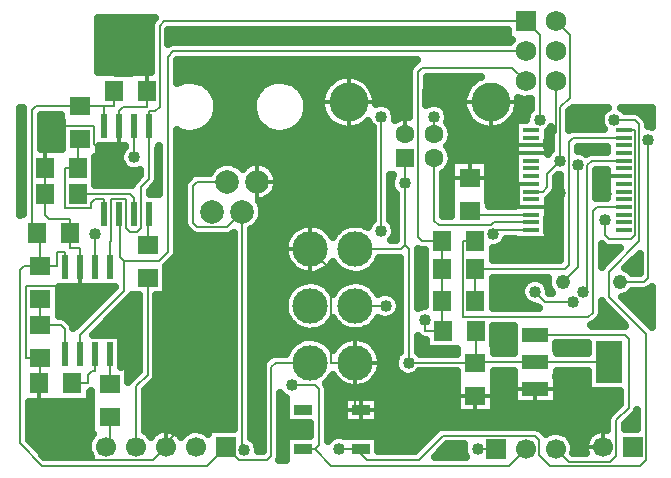
<source format=gbr>
G04 DipTrace 2.4.0.2*
%INBottom.gbr*%
%MOIN*%
%ADD14C,0.006*%
%ADD15C,0.025*%
%ADD16C,0.013*%
%ADD17R,0.088X0.048*%
%ADD18R,0.0866X0.1417*%
%ADD19R,0.0669X0.0669*%
%ADD20C,0.0669*%
%ADD21R,0.063X0.0709*%
%ADD22R,0.0709X0.063*%
%ADD25R,0.0551X0.0118*%
%ADD26R,0.0689X0.0689*%
%ADD27C,0.0689*%
%ADD28R,0.0236X0.0787*%
%ADD29C,0.1181*%
%ADD30C,0.0787*%
%ADD34R,0.0591X0.0354*%
%ADD35R,0.063X0.063*%
%ADD36C,0.063*%
%ADD37C,0.1299*%
%ADD38C,0.048*%
%ADD39C,0.04*%
%FSLAX44Y44*%
G04*
G70*
G90*
G75*
G01*
%LNBottom*%
%LPD*%
X21828Y15775D2*
D14*
Y18609D1*
X21375Y19062D1*
X8812Y15562D2*
Y13819D1*
X8539Y13546D1*
Y12176D1*
X8400Y12037D1*
X8178D1*
X8039Y12176D1*
Y13151D1*
X7539D1*
Y11738D1*
X7499Y11698D1*
Y10875D1*
X21375Y19062D2*
X9301D1*
X9162Y18923D1*
Y16204D1*
X9023Y16065D1*
X8812D1*
Y15562D1*
X5999Y10875D2*
Y11378D1*
X5740D1*
Y10915D1*
X5187D1*
X6511Y16238D2*
X7312D1*
X7636D1*
Y16738D1*
X5187Y10915D2*
X4638D1*
X4499Y10776D1*
Y5000D1*
X5249Y4250D1*
X10750D1*
X11375Y4875D1*
X22375Y19062D2*
X22828Y18609D1*
Y16506D1*
X22514Y16191D1*
Y14732D1*
X22495Y14713D1*
Y14404D1*
X17336Y14508D2*
Y13664D1*
Y11607D1*
X17465Y11478D1*
Y7687D1*
X19762Y4812D2*
X20376D1*
X7312Y15562D2*
Y16238D1*
X5062Y12000D2*
X4911D1*
Y16099D1*
X5050Y16238D1*
X6511D1*
X5187Y10915D2*
Y12000D1*
X5062D1*
X11375Y4875D2*
X11818Y4431D1*
X12750D1*
X12889Y4570D1*
Y7548D1*
X13028Y7687D1*
X14187D1*
X22495Y14404D2*
X22077Y13986D1*
Y13529D1*
X21938Y13390D1*
X21554D1*
X21687Y7718D2*
X23274D1*
Y7717D1*
X24125D1*
X19687Y7687D2*
Y7718D1*
X21687D1*
X17465Y7687D2*
X19687D1*
X15687Y11469D2*
X17197D1*
X17336Y11607D1*
X19687Y7687D2*
X19710D1*
Y8750D1*
X21375Y18062D2*
X9623D1*
X9437Y17876D1*
Y11376D1*
X9125Y11063D1*
X7981D1*
Y10087D1*
X6499Y8605D1*
Y7962D1*
X7981Y11063D2*
X7842Y11202D1*
Y12649D1*
X7812D1*
X21375Y17062D2*
X20921Y17515D1*
X17898D1*
X17759Y17376D1*
Y11888D1*
X17898Y11750D1*
X18585D1*
X21677Y10048D2*
X22015Y9710D1*
X22948D1*
X18607Y8750D2*
X17991D1*
Y9116D1*
X18585Y9750D2*
Y8750D1*
X18607D1*
X18585Y10812D2*
Y9750D1*
Y11750D2*
Y10812D1*
X22495Y13351D2*
Y13017D1*
X22356Y12878D1*
X22077D1*
X21554D1*
X9687Y5875D2*
Y5312D1*
X9250Y4875D1*
X9375D1*
X17336Y15295D2*
Y16223D1*
X17197Y16362D1*
X15458D1*
X19500Y13852D2*
Y14669D1*
X19638Y14808D1*
X20198D1*
Y16362D1*
X15866Y6111D2*
Y5317D1*
X24038Y13321D2*
Y13763D1*
X24177Y13902D1*
X24625D1*
X21554Y12878D2*
X21139D1*
Y13646D1*
X20933Y13852D1*
X19500D1*
X22077Y12878D2*
Y11801D1*
X21938Y11662D1*
X20999D1*
X15458Y16362D2*
Y14848D1*
X14187Y13578D1*
Y11467D1*
X20198Y14808D2*
X20337Y14669D1*
X20861D1*
X21000Y14808D1*
X21117Y14925D1*
X21554D1*
X21000Y14808D2*
X21139Y14669D1*
X21554D1*
X21139Y13646D2*
X21554D1*
X7812Y15562D2*
Y16065D1*
X7951Y16204D1*
X8738D1*
Y16738D1*
X7812Y14650D2*
Y15562D1*
X5335Y14187D2*
Y15421D1*
X5474Y15560D1*
X6974D1*
Y14984D1*
X7308Y14650D1*
X7812D1*
X5335Y13312D2*
Y14187D1*
X6164Y12000D2*
Y12464D1*
X5474D1*
X5335Y12603D1*
Y13312D1*
X6499Y10875D2*
Y11517D1*
X6164D1*
Y12000D1*
X5187Y7836D2*
X4723D1*
Y10237D1*
X6499D1*
Y10875D1*
X5147Y7000D2*
X5187D1*
Y7836D1*
X9375Y4875D2*
X8931Y4431D1*
X5286D1*
X5147Y4570D1*
Y7000D1*
X22487Y6812D2*
X23939Y5360D1*
Y4875D1*
X21687Y6812D2*
X22487D1*
X19687Y6585D2*
X20850D1*
X21078Y6812D1*
X21687D1*
X15866Y6111D2*
Y6446D1*
X16005Y6585D1*
X19687D1*
X15687Y7689D2*
Y6130D1*
X15705Y6111D1*
X15866D1*
X14187Y11467D2*
X14886Y10767D1*
Y7689D1*
X15687D1*
X12424Y13717D2*
X14048D1*
X14187Y13578D1*
X21554Y14925D2*
X21938D1*
X22375Y15362D1*
Y17062D1*
X22600Y10375D2*
X23113Y10888D1*
Y14265D1*
X19687Y9750D2*
Y10812D1*
X22665D1*
X22804Y10951D1*
Y15042D1*
X22943Y15181D1*
X24625D1*
X19500Y12750D2*
Y12622D1*
X21554D1*
X24008Y12438D2*
Y11942D1*
X24147Y11803D1*
X24870D1*
X25009Y11942D1*
Y15437D1*
X24625D1*
X20281Y11968D2*
X20423Y12110D1*
X21554D1*
X16556Y15889D2*
Y12083D1*
X18320Y15889D2*
Y15295D1*
Y14508D2*
Y12416D1*
X18459Y12277D1*
X20205D1*
X20294Y12366D1*
X21554D1*
X23287Y10049D2*
X23422Y10184D1*
Y14274D1*
X23561Y14413D1*
X24625D1*
X24500Y10375D2*
X25318D1*
X25457Y10513D1*
Y15097D1*
X19687Y11750D2*
X19263D1*
Y9213D1*
X23457D1*
X23596Y9352D1*
Y12739D1*
X23735Y12878D1*
X24625D1*
X6999Y7962D2*
Y7402D1*
X6911D1*
X6772Y7263D1*
Y7000D1*
X6249D1*
X8312Y12649D2*
Y13173D1*
X8173Y13312D1*
X6437D1*
X5187Y9813D2*
Y8938D1*
X5860D1*
X5999Y8799D1*
Y7962D1*
X6437Y14187D2*
X6013D1*
Y12849D1*
X6861D1*
Y13012D1*
X7000Y13151D1*
X7312D1*
Y12649D1*
X6511Y15136D2*
X6437D1*
Y14187D1*
X8812Y12649D2*
X8761D1*
Y11613D1*
X7499Y7962D2*
Y7402D1*
Y6977D1*
X6999Y10875D2*
Y11976D1*
X8312Y14528D2*
Y15562D1*
X7499Y5875D2*
Y4875D1*
X7375D1*
X16695Y9579D2*
X15687D1*
X24323Y15775D2*
X25009D1*
X25148Y15636D1*
Y11725D1*
X24147Y10723D1*
Y9887D1*
X25382Y8651D1*
Y4443D1*
X25189Y4250D1*
X22189D1*
X21819Y4619D1*
Y5117D1*
X21680Y5256D1*
X18617D1*
X17799Y4437D1*
X16063D1*
X15866Y4634D1*
Y4812D1*
X15153D1*
X8375Y4875D2*
Y6904D1*
X8761Y7290D1*
Y10511D1*
X11924Y12717D2*
X11422Y12214D1*
X10422D1*
X10283Y12353D1*
Y13578D1*
X10422Y13717D1*
X11424D1*
X11988Y4763D2*
X11924Y4827D1*
Y12717D1*
X22376Y4812D2*
X22813Y4375D1*
X24189D1*
X24382Y4568D1*
Y5763D1*
X24805Y6186D1*
Y8484D1*
X24666Y8623D1*
X21687D1*
X21376Y4812D2*
X20813Y4250D1*
X14875D1*
X14327Y4798D1*
X14480Y4951D1*
Y6797D1*
X14341Y6936D1*
X13572D1*
X13937Y4812D2*
X14327Y4798D1*
D39*
X21828Y15775D3*
X19762Y4812D3*
X17336Y13664D3*
X17465Y7687D3*
X22495Y14404D3*
X22948Y9710D3*
X21677Y10048D3*
X17991Y9116D3*
X7812Y14650D3*
X15866Y5317D3*
X20999Y11662D3*
X9687Y5875D3*
X22487Y6812D3*
X24038Y13321D3*
X22495Y13351D3*
X23113Y14265D3*
X24008Y12438D3*
X20281Y11968D3*
X16556Y12083D3*
Y15889D3*
X18320D3*
X23287Y10049D3*
X25457Y15097D3*
X6999Y11976D3*
X8312Y14528D3*
X16695Y9579D3*
X15153Y4812D3*
X24323Y15775D3*
X11988Y4763D3*
X13572Y6936D3*
X7151Y18940D2*
D15*
X8843D1*
X7151Y18692D2*
X8843D1*
X9483D2*
X20742D1*
X7151Y18443D2*
X8843D1*
X9483D2*
X20875D1*
X7151Y18194D2*
X8843D1*
X7151Y17945D2*
X8843D1*
X7151Y17697D2*
X8843D1*
X9757D2*
X17636D1*
X7151Y17448D2*
X8843D1*
X9757D2*
X17449D1*
X9757Y17199D2*
X15066D1*
X15850D2*
X17441D1*
X18081D2*
X19804D1*
X10729Y16951D2*
X12621D1*
X13729D2*
X14734D1*
X16182D2*
X17441D1*
X18081D2*
X19472D1*
X10964Y16702D2*
X12386D1*
X13964D2*
X14585D1*
X16331D2*
X17441D1*
X18081D2*
X19324D1*
X11073Y16453D2*
X12277D1*
X14073D2*
X14523D1*
X16393D2*
X17441D1*
X18081D2*
X19261D1*
X21132D2*
X21324D1*
X21428D2*
X21506D1*
X11104Y16205D2*
X12246D1*
X14104D2*
X14531D1*
X16921D2*
X17441D1*
X18686D2*
X19273D1*
X21124D2*
X21507D1*
X11065Y15956D2*
X12285D1*
X14065D2*
X14613D1*
X17042D2*
X17441D1*
X18803D2*
X19355D1*
X21042D2*
X21375D1*
X22835D2*
X23871D1*
X25268D2*
X25539D1*
X5229Y15707D2*
X5867D1*
X10948D2*
X12402D1*
X13948D2*
X14796D1*
X18772D2*
X19535D1*
X20862D2*
X20988D1*
X22835D2*
X23839D1*
X25460D2*
X25537D1*
X5229Y15459D2*
X5867D1*
X10694D2*
X12656D1*
X13694D2*
X15293D1*
X15624D2*
X16238D1*
X18901D2*
X20035D1*
X20362D2*
X20988D1*
X5229Y15210D2*
X5867D1*
X9757D2*
X16238D1*
X18917D2*
X20988D1*
X5229Y14961D2*
X5867D1*
X9757D2*
X16238D1*
X18819D2*
X20988D1*
X7155Y14713D2*
X7859D1*
X9757D2*
X16238D1*
X18885D2*
X20988D1*
X23264D2*
X24058D1*
X7042Y14464D2*
X7828D1*
X9757D2*
X16238D1*
X18925D2*
X20988D1*
X7042Y14215D2*
X7945D1*
X9757D2*
X10968D1*
X11878D2*
X11967D1*
X12878D2*
X16238D1*
X20143D2*
X20988D1*
X7042Y13966D2*
X8492D1*
X9757D2*
X10242D1*
X13057D2*
X16238D1*
X18639D2*
X18855D1*
X20143D2*
X20988D1*
X23741D2*
X24058D1*
X7042Y13718D2*
X8273D1*
X9757D2*
X10000D1*
X13108D2*
X16238D1*
X18639D2*
X18855D1*
X20143D2*
X20988D1*
X22397D2*
X22484D1*
X23741D2*
X24058D1*
X8905Y13469D2*
X9117D1*
X9757D2*
X9964D1*
X13061D2*
X16238D1*
X18639D2*
X18855D1*
X20143D2*
X20988D1*
X22389D2*
X22484D1*
X23741D2*
X24058D1*
X9757Y13220D2*
X9964D1*
X12882D2*
X16238D1*
X16878D2*
X17015D1*
X18639D2*
X18855D1*
X20143D2*
X20988D1*
X22210D2*
X22484D1*
X23741D2*
X24058D1*
X9757Y12972D2*
X9964D1*
X12557D2*
X16238D1*
X16878D2*
X17015D1*
X18639D2*
X18855D1*
X20143D2*
X20988D1*
X22120D2*
X22484D1*
X9757Y12723D2*
X9964D1*
X12608D2*
X16238D1*
X16878D2*
X17015D1*
X18639D2*
X18855D1*
X22120D2*
X22484D1*
X9757Y12474D2*
X9964D1*
X12561D2*
X16238D1*
X16878D2*
X17015D1*
X22120D2*
X22484D1*
X9757Y12226D2*
X9992D1*
X12389D2*
X13769D1*
X14608D2*
X15265D1*
X22120D2*
X22484D1*
X9757Y11977D2*
X10222D1*
X12245D2*
X13476D1*
X14897D2*
X14976D1*
X22120D2*
X22484D1*
X9757Y11728D2*
X11605D1*
X12245D2*
X13347D1*
X20702D2*
X22484D1*
X9757Y11480D2*
X11605D1*
X12245D2*
X13308D1*
X20292D2*
X22484D1*
X23917D2*
X24460D1*
X9718Y11231D2*
X11605D1*
X12245D2*
X13339D1*
X17784D2*
X17980D1*
X20292D2*
X22484D1*
X23917D2*
X24210D1*
X9487Y10982D2*
X11605D1*
X12245D2*
X13457D1*
X16417D2*
X17144D1*
X17784D2*
X17980D1*
X24846D2*
X25136D1*
X9405Y10734D2*
X11605D1*
X12245D2*
X13722D1*
X14651D2*
X15226D1*
X16151D2*
X17144D1*
X17784D2*
X17980D1*
X24878D2*
X25136D1*
X9405Y10485D2*
X11605D1*
X12245D2*
X17144D1*
X17784D2*
X17980D1*
X20292D2*
X21492D1*
X21862D2*
X22082D1*
X9405Y10236D2*
X11605D1*
X12245D2*
X13617D1*
X14757D2*
X15117D1*
X16260D2*
X17144D1*
X17784D2*
X17980D1*
X20292D2*
X21226D1*
X5831Y9987D2*
X7441D1*
X9405D2*
X11605D1*
X12245D2*
X13414D1*
X16940D2*
X17144D1*
X17784D2*
X17980D1*
X20292D2*
X21191D1*
X24850D2*
X25539D1*
X5831Y9739D2*
X7191D1*
X8073D2*
X8441D1*
X9081D2*
X11605D1*
X12245D2*
X13324D1*
X17784D2*
X17980D1*
X20292D2*
X21304D1*
X24737D2*
X25539D1*
X5831Y9490D2*
X6941D1*
X7827D2*
X8441D1*
X9081D2*
X11605D1*
X12245D2*
X13312D1*
X23917D2*
X24101D1*
X24987D2*
X25539D1*
X5831Y9241D2*
X6695D1*
X7577D2*
X8441D1*
X9081D2*
X11605D1*
X12245D2*
X13375D1*
X17042D2*
X17148D1*
X23893D2*
X24351D1*
X25233D2*
X25539D1*
X6245Y8993D2*
X6445D1*
X7327D2*
X8441D1*
X9081D2*
X11605D1*
X12245D2*
X13539D1*
X14839D2*
X15039D1*
X16335D2*
X17144D1*
X23678D2*
X24597D1*
X7081Y8744D2*
X8441D1*
X9081D2*
X11605D1*
X12245D2*
X13968D1*
X14409D2*
X15476D1*
X15897D2*
X17144D1*
X20315D2*
X20957D1*
X7909Y8495D2*
X8441D1*
X9081D2*
X11605D1*
X12245D2*
X13882D1*
X14491D2*
X15378D1*
X15999D2*
X17144D1*
X20315D2*
X20957D1*
X7909Y8247D2*
X8441D1*
X9081D2*
X11605D1*
X12245D2*
X13515D1*
X14858D2*
X15015D1*
X16362D2*
X17144D1*
X17784D2*
X18003D1*
X20331D2*
X20957D1*
X22417D2*
X23402D1*
X7909Y7998D2*
X8441D1*
X9081D2*
X11605D1*
X12245D2*
X13367D1*
X16510D2*
X17093D1*
X17835D2*
X19043D1*
X7909Y7749D2*
X8441D1*
X9081D2*
X11605D1*
X12245D2*
X12648D1*
X16565D2*
X16980D1*
X8143Y7501D2*
X8441D1*
X9081D2*
X11605D1*
X12245D2*
X12570D1*
X16546D2*
X17015D1*
X8143Y7252D2*
X8281D1*
X9077D2*
X11605D1*
X12245D2*
X12570D1*
X16448D2*
X17277D1*
X17655D2*
X19043D1*
X20331D2*
X20957D1*
X22417D2*
X23402D1*
X8917Y7003D2*
X11605D1*
X12245D2*
X12570D1*
X14725D2*
X15152D1*
X16221D2*
X19043D1*
X20331D2*
X20957D1*
X22417D2*
X23402D1*
X8694Y6755D2*
X11605D1*
X12245D2*
X12570D1*
X14800D2*
X19043D1*
X20331D2*
X20957D1*
X22417D2*
X23402D1*
X8694Y6506D2*
X11605D1*
X12245D2*
X12570D1*
X13210D2*
X13351D1*
X14800D2*
X15281D1*
X16452D2*
X19043D1*
X20331D2*
X20957D1*
X22417D2*
X24484D1*
X4819Y6257D2*
X6855D1*
X8694D2*
X11605D1*
X12245D2*
X12570D1*
X13210D2*
X13351D1*
X14800D2*
X15281D1*
X16452D2*
X19043D1*
X20331D2*
X24433D1*
X4819Y6008D2*
X6855D1*
X8694D2*
X11605D1*
X12245D2*
X12570D1*
X13210D2*
X13351D1*
X14800D2*
X15281D1*
X16452D2*
X19043D1*
X20331D2*
X24187D1*
X4819Y5760D2*
X6855D1*
X8694D2*
X11605D1*
X12245D2*
X12570D1*
X13210D2*
X13351D1*
X14800D2*
X15281D1*
X16452D2*
X24062D1*
X24823D2*
X25062D1*
X4819Y5511D2*
X6855D1*
X8694D2*
X11605D1*
X12245D2*
X12570D1*
X13210D2*
X14160D1*
X14800D2*
X18445D1*
X21854D2*
X24062D1*
X24702D2*
X25062D1*
X4819Y5262D2*
X6894D1*
X12245D2*
X12570D1*
X13210D2*
X14160D1*
X14800D2*
X15015D1*
X15292D2*
X18183D1*
X22796D2*
X23457D1*
X4928Y5014D2*
X6765D1*
X12405D2*
X12572D1*
X13210D2*
X13351D1*
X16452D2*
X17933D1*
X22964D2*
X23332D1*
X5175Y4765D2*
X6761D1*
X12479D2*
X12570D1*
X13210D2*
X13351D1*
X16452D2*
X17683D1*
X18569D2*
X19277D1*
X22999D2*
X23324D1*
X13206Y4516D2*
X13351D1*
X22392Y7317D2*
Y6307D1*
X20982D1*
Y7420D1*
X20308Y7422D1*
X20306Y7107D1*
Y6005D1*
X19068D1*
Y7392D1*
X17824D1*
X17787Y7351D1*
X17686Y7278D1*
X17569Y7234D1*
X17445Y7223D1*
X17322Y7244D1*
X17210Y7298D1*
X17116Y7380D1*
X17047Y7484D1*
X17008Y7602D1*
X17002Y7726D1*
X17029Y7848D1*
X17087Y7958D1*
X17170Y8046D1*
Y11175D1*
X16490Y11173D1*
X16400Y10996D1*
X16324Y10898D1*
X16234Y10811D1*
X16133Y10738D1*
X16022Y10681D1*
X15903Y10641D1*
X15781Y10618D1*
X15656Y10614D1*
X15532Y10627D1*
X15411Y10659D1*
X15296Y10708D1*
X15189Y10773D1*
X15093Y10853D1*
X15010Y10946D1*
X14939Y11053D1*
X14841Y10915D1*
X14734Y10809D1*
X14611Y10724D1*
X14475Y10661D1*
X14330Y10623D1*
X14181Y10611D1*
X14032Y10625D1*
X13887Y10665D1*
X13752Y10730D1*
X13630Y10817D1*
X13525Y10924D1*
X13441Y11048D1*
X13379Y11184D1*
X13343Y11330D1*
X13332Y11479D1*
X13347Y11628D1*
X13388Y11772D1*
X13454Y11907D1*
X13542Y12028D1*
X13649Y12132D1*
X13774Y12216D1*
X13911Y12276D1*
X14056Y12312D1*
X14206Y12322D1*
X14355Y12305D1*
X14498Y12263D1*
X14633Y12197D1*
X14753Y12108D1*
X14856Y11999D1*
X14936Y11879D1*
X15010Y11991D1*
X15093Y12084D1*
X15189Y12164D1*
X15296Y12229D1*
X15411Y12278D1*
X15532Y12310D1*
X15656Y12323D1*
X15780Y12319D1*
X15903Y12296D1*
X16022Y12256D1*
X16108Y12211D1*
X16179Y12354D1*
X16261Y12442D1*
Y15532D1*
X16207Y15582D1*
X16138Y15686D1*
X16122Y15734D1*
X16005Y15629D1*
X15878Y15550D1*
X15740Y15492D1*
X15594Y15458D1*
X15444Y15448D1*
X15295Y15462D1*
X15150Y15501D1*
X15014Y15563D1*
X14889Y15646D1*
X14780Y15748D1*
X14689Y15867D1*
X14618Y15999D1*
X14570Y16141D1*
X14546Y16289D1*
Y16439D1*
X14571Y16587D1*
X14620Y16729D1*
X14691Y16860D1*
X14782Y16979D1*
X14892Y17081D1*
X15017Y17164D1*
X15154Y17225D1*
X15299Y17263D1*
X15448Y17277D1*
X15598Y17266D1*
X15743Y17231D1*
X15881Y17173D1*
X16008Y17093D1*
X16120Y16993D1*
X16214Y16876D1*
X16288Y16746D1*
X16339Y16605D1*
X16367Y16458D1*
X16371Y16315D1*
X16491Y16349D1*
X16615Y16350D1*
X16736Y16318D1*
X16843Y16255D1*
X16930Y16166D1*
X16990Y16056D1*
X17021Y15889D1*
X17005Y15769D1*
X17086Y15819D1*
X17204Y15860D1*
X17328Y15875D1*
X17452Y15863D1*
X17465Y15860D1*
X17464Y17376D1*
X17493Y17501D1*
X17551Y17585D1*
X17736Y17760D1*
X17375Y17767D1*
X9743Y17765D1*
X9732Y17751D1*
Y17005D1*
X9914Y17083D1*
X10036Y17111D1*
X10161Y17121D1*
X10285Y17114D1*
X10408Y17090D1*
X10526Y17050D1*
X10638Y16993D1*
X10740Y16922D1*
X10832Y16837D1*
X10911Y16741D1*
X10976Y16634D1*
X11026Y16520D1*
X11060Y16399D1*
X11079Y16216D1*
X11070Y16092D1*
X11044Y15970D1*
X11002Y15852D1*
X10944Y15741D1*
X10871Y15640D1*
X10785Y15549D1*
X10688Y15472D1*
X10580Y15408D1*
X10465Y15360D1*
X10344Y15328D1*
X10220Y15313D1*
X10095Y15315D1*
X9972Y15335D1*
X9852Y15371D1*
X9729Y15430D1*
X9732Y14626D1*
Y11376D1*
X9704Y11251D1*
X9646Y11167D1*
X9379Y10900D1*
X9380Y9931D1*
X9056D1*
Y7290D1*
X9027Y7166D1*
X8969Y7081D1*
X8670Y6779D1*
Y5400D1*
X8765Y5330D1*
X8851Y5240D1*
X8873Y5203D1*
X8948Y5296D1*
X9044Y5375D1*
X9155Y5433D1*
X9275Y5466D1*
X9399Y5474D1*
X9523Y5456D1*
X9640Y5413D1*
X9746Y5346D1*
X9835Y5259D1*
X9875Y5206D1*
X9966Y5313D1*
X10065Y5388D1*
X10178Y5441D1*
X10300Y5470D1*
X10424Y5472D1*
X10547Y5449D1*
X10662Y5401D1*
X10773Y5322D1*
X10775Y5474D1*
X11631D1*
X11629Y12003D1*
X11588Y11970D1*
X11473Y11923D1*
X11172Y11919D1*
X10422D1*
X10297Y11947D1*
X10213Y12005D1*
X10074Y12144D1*
X10006Y12252D1*
X9988Y12353D1*
Y13578D1*
X10016Y13702D1*
X10074Y13786D1*
X10213Y13925D1*
X10321Y13993D1*
X10422Y14012D1*
X10835D1*
X10902Y14117D1*
X10987Y14209D1*
X11087Y14282D1*
X11200Y14336D1*
X11321Y14367D1*
X11446Y14375D1*
X11569Y14359D1*
X11688Y14320D1*
X11797Y14259D1*
X11893Y14179D1*
X11925Y14140D1*
X11968Y14192D1*
X12066Y14269D1*
X12177Y14327D1*
X12296Y14363D1*
X12421Y14375D1*
X12545Y14364D1*
X12665Y14330D1*
X12776Y14273D1*
X12875Y14197D1*
X12957Y14103D1*
X13021Y13996D1*
X13063Y13878D1*
X13082Y13755D1*
X13075Y13617D1*
X13045Y13496D1*
X12992Y13383D1*
X12919Y13282D1*
X12828Y13196D1*
X12723Y13129D1*
X12606Y13084D1*
X12486Y13061D1*
X12531Y12973D1*
X12568Y12854D1*
X12583Y12717D1*
X12571Y12592D1*
X12536Y12472D1*
X12479Y12361D1*
X12402Y12263D1*
X12308Y12181D1*
X12217Y12128D1*
X12219Y10842D1*
Y5166D1*
X12275Y5129D1*
X12362Y5039D1*
X12422Y4930D1*
X12453Y4763D1*
X12448Y4728D1*
X12596Y4726D1*
X12594Y7548D1*
X12622Y7672D1*
X12680Y7757D1*
X12819Y7896D1*
X12927Y7964D1*
X13028Y7982D1*
X13383D1*
X13441Y8106D1*
X13510Y8210D1*
X13593Y8303D1*
X13689Y8383D1*
X13796Y8448D1*
X13911Y8497D1*
X14032Y8528D1*
X14156Y8542D1*
X14280Y8537D1*
X14403Y8515D1*
X14522Y8474D1*
X14633Y8417D1*
X14734Y8345D1*
X14824Y8258D1*
X14900Y8159D1*
X14937Y8094D1*
X14980Y8171D1*
X15075Y8287D1*
X15189Y8385D1*
X15318Y8461D1*
X15458Y8513D1*
X15606Y8541D1*
X15756Y8542D1*
X15903Y8517D1*
X16044Y8466D1*
X16174Y8392D1*
X16290Y8296D1*
X16386Y8182D1*
X16462Y8052D1*
X16513Y7911D1*
X16539Y7764D1*
Y7614D1*
X16513Y7467D1*
X16462Y7326D1*
X16386Y7196D1*
X16290Y7082D1*
X16175Y6986D1*
X16044Y6912D1*
X15903Y6861D1*
X15756Y6836D1*
X15606Y6837D1*
X15459Y6865D1*
X15318Y6917D1*
X15189Y6993D1*
X15076Y7091D1*
X14981Y7207D1*
X14938Y7276D1*
X14824Y7116D1*
X14693Y7000D1*
X14724Y6963D1*
X14771Y6848D1*
X14775Y6547D1*
Y5083D1*
X14861Y5174D1*
X14968Y5238D1*
X15087Y5272D1*
X15212Y5273D1*
X15306Y5254D1*
X16426D1*
Y4735D1*
X17676Y4732D1*
X18409Y5464D1*
X18517Y5532D1*
X18617Y5551D1*
X21680D1*
X21805Y5523D1*
X21889Y5465D1*
X22030Y5322D1*
X22066Y5326D1*
X22179Y5379D1*
X22301Y5407D1*
X22425Y5410D1*
X22548Y5387D1*
X22663Y5339D1*
X22766Y5268D1*
X22852Y5177D1*
X22917Y5071D1*
X22959Y4953D1*
X22975Y4812D1*
X22956Y4670D1*
X23375D1*
X23345Y4792D1*
X23341Y4916D1*
X23362Y5039D1*
X23409Y5155D1*
X23478Y5259D1*
X23568Y5346D1*
X23673Y5412D1*
X23790Y5456D1*
X23913Y5474D1*
X24038Y5466D1*
X24088Y5456D1*
X24087Y5763D1*
X24116Y5887D1*
X24174Y5972D1*
X24510Y6311D1*
Y6745D1*
X23427Y6744D1*
Y7420D1*
X22899Y7422D1*
X22395D1*
X22388Y7213D1*
X22391Y8222D2*
X22392Y8015D1*
X23274Y8013D1*
X23427Y8012D1*
Y8326D1*
X22389Y8328D1*
X22388Y8118D1*
X20982Y8013D2*
X20986Y8222D1*
X20982Y8493D1*
Y8919D1*
X20289Y8918D1*
X20290Y8263D1*
X20306Y8267D1*
X20312Y8013D1*
X20980D1*
X20982Y8243D1*
X6876Y4547D2*
X6830Y4624D1*
X6790Y4742D1*
X6775Y4866D1*
X6787Y4991D1*
X6823Y5110D1*
X6884Y5219D1*
X6948Y5292D1*
X6880Y5295D1*
X6884Y6455D1*
X6880Y6397D1*
Y6729D1*
X6856Y6718D1*
X6829Y6620D1*
Y6381D1*
X5669Y6385D1*
X5652Y6381D1*
X4793D1*
X4796Y5120D1*
X5374Y4545D1*
X6878D1*
X19068Y8107D2*
X19062Y8130D1*
X18027D1*
Y8454D1*
X17870Y8481D1*
X17768Y8558D1*
X17760Y8353D1*
Y8045D1*
X17840Y7982D1*
X19068D1*
Y8107D1*
X20115Y13329D2*
X20119Y13079D1*
X20125Y12917D1*
X21013Y12923D1*
X21017Y12946D1*
X21013Y13029D1*
X21017Y13714D1*
X21013Y13797D1*
X21017Y14481D1*
X21013Y14470D1*
Y15761D1*
X21361D1*
X21392Y15936D1*
X21450Y16046D1*
X21533Y16134D1*
Y16474D1*
X21457Y16458D1*
X21332Y16454D1*
X21209Y16476D1*
X21097Y16520D1*
X21111Y16408D1*
X21107Y16262D1*
X21078Y16115D1*
X21026Y15975D1*
X20952Y15845D1*
X20857Y15729D1*
X20745Y15629D1*
X20618Y15550D1*
X20480Y15492D1*
X20334Y15458D1*
X20184Y15448D1*
X20035Y15462D1*
X19890Y15501D1*
X19754Y15563D1*
X19629Y15646D1*
X19520Y15748D1*
X19429Y15867D1*
X19358Y15999D1*
X19310Y16141D1*
X19286Y16289D1*
X19287Y16439D1*
X19311Y16587D1*
X19360Y16729D1*
X19431Y16860D1*
X19523Y16979D1*
X19632Y17081D1*
X19757Y17164D1*
X19882Y17220D1*
X18058D1*
X18054Y16376D1*
Y16271D1*
X18134Y16315D1*
X18254Y16349D1*
X18379Y16350D1*
X18499Y16318D1*
X18607Y16255D1*
X18694Y16166D1*
X18754Y16056D1*
X18785Y15889D1*
X18768Y15765D1*
X18739Y15697D1*
X18839Y15554D1*
X18882Y15437D1*
X18900Y15295D1*
X18886Y15171D1*
X18847Y15053D1*
X18783Y14946D1*
X18743Y14903D1*
X18839Y14767D1*
X18882Y14650D1*
X18900Y14508D1*
X18892Y14434D1*
X19205Y14432D1*
X20119D1*
X20118Y13272D1*
X18880Y12572D2*
X18884Y13329D1*
X18880Y13347D1*
Y14359D1*
X18847Y14266D1*
X18783Y14158D1*
X18697Y14068D1*
X18615Y14008D1*
Y12574D1*
X18877Y12572D1*
X20267Y11505D2*
X20263Y11130D1*
X20267Y11181D1*
Y11107D1*
X22511D1*
X22509Y13576D1*
Y13939D1*
X22449Y13945D1*
X22372Y13861D1*
Y13529D1*
X22344Y13404D1*
X22286Y13320D1*
X22101Y13145D1*
X22094Y13102D1*
X22090Y12042D1*
X22094Y11934D1*
Y11786D1*
X21013D1*
Y11814D1*
X20722Y11815D1*
X20680Y11730D1*
X20602Y11633D1*
X20502Y11559D1*
X20385Y11515D1*
X20265Y11504D1*
X20267Y11181D1*
X18006Y11130D2*
X18009Y11431D1*
X17960Y11454D1*
X17898D1*
X17774Y11483D1*
X17760Y11478D1*
Y9521D1*
X17925Y9577D1*
X18007D1*
X18005Y10369D1*
Y11431D1*
X20267Y10513D2*
X20263Y10193D1*
X20267Y10244D1*
Y9505D1*
X21798Y9508D1*
X21657Y9584D1*
X21534Y9606D1*
X21422Y9659D1*
X21328Y9741D1*
X21259Y9845D1*
X21220Y9963D1*
X21213Y10088D1*
X21240Y10209D1*
X21299Y10319D1*
X21385Y10410D1*
X21491Y10475D1*
X21611Y10509D1*
X21736Y10510D1*
X21856Y10477D1*
X21963Y10414D1*
X22050Y10325D1*
X22110Y10216D1*
X22142Y10048D1*
X22140Y10005D1*
X22253D1*
X22202Y10063D1*
X22138Y10169D1*
X22102Y10289D1*
X22096Y10413D1*
X22117Y10516D1*
X20271Y10517D1*
X20267Y10244D1*
X7016Y13931D2*
X7017Y13607D1*
X8228Y13602D1*
X8249Y13601D1*
X8297Y13715D1*
X8515Y13940D1*
X8517Y14112D1*
X8416Y14075D1*
X8292Y14063D1*
X8170Y14085D1*
X8057Y14139D1*
X7963Y14221D1*
X7894Y14324D1*
X7855Y14443D1*
X7849Y14567D1*
X7876Y14689D1*
X7934Y14799D1*
X8017Y14887D1*
Y14907D1*
X7820Y14903D1*
X7129D1*
X7130Y14556D1*
X7017D1*
Y13607D1*
X5803Y9518D2*
X5806Y9233D1*
X5860D1*
X5985Y9205D1*
X6069Y9147D1*
X6208Y9008D1*
X6276Y8900D1*
X6290Y8849D1*
X6379Y8902D1*
X7686Y10216D1*
X7116Y10221D1*
X7007Y10217D1*
X6616Y10221D1*
X6532Y10217D1*
X5808D1*
X5806Y9233D1*
X5857Y14803D2*
X5880Y14806D1*
X5891D1*
X5895Y15716D1*
X5892Y15658D1*
X5886Y15943D1*
X5202D1*
X5206Y15224D1*
Y14806D1*
X5880D1*
X7884Y7557D2*
X8119D1*
Y7053D1*
X8166Y7113D1*
X8466Y7415D1*
Y9934D1*
X8230Y9931D1*
X8190Y9878D1*
X6933Y8622D1*
X7382Y8617D1*
X7491Y8621D1*
X7882D1*
Y7554D1*
X7122Y17357D2*
X8216Y17354D1*
X8233Y17357D1*
X8867D1*
Y18923D1*
X8895Y19047D1*
X8953Y19132D1*
X9011Y19190D1*
X7124Y19189D1*
Y17357D1*
X4501Y12620D2*
X4616Y12625D1*
X4621Y16154D1*
X4624Y16189D1*
X4499D1*
Y12622D1*
X24087Y14857D2*
X24084Y14884D1*
X23500Y14886D1*
X23097D1*
X23099Y14734D1*
X23172Y14727D1*
X23292Y14694D1*
X23376Y14645D1*
X23509Y14704D1*
X23811Y14708D1*
X24084Y14714D1*
X24088Y14737D1*
X24084Y14851D1*
X24087Y13322D2*
X24084Y13970D1*
X24000Y14118D1*
X23714D1*
X23717Y13169D1*
X23985Y13173D1*
X24084Y13179D1*
X24088Y13202D1*
X24084Y13316D1*
X24087Y13834D1*
X24084Y14084D1*
Y14103D1*
X22094Y15392D2*
X22090Y14857D1*
X22218D1*
Y15525D1*
X22150Y15439D1*
X22096Y15400D1*
X22094Y15113D1*
Y14631D1*
X22117Y14675D1*
X22206Y14768D1*
X22218Y14815D1*
X20910Y18453D2*
X20765D1*
Y18769D1*
X19125Y18767D1*
X9457D1*
Y18302D1*
X9522Y18339D1*
X9623Y18357D1*
X20838D1*
X20910Y18452D1*
X8831Y13307D2*
X9144D1*
X9142Y14903D1*
X9107Y14812D1*
Y13819D1*
X9079Y13695D1*
X9021Y13610D1*
X8834Y13421D1*
Y13308D1*
X14937Y9169D2*
X14900Y9105D1*
X14824Y9006D1*
X14734Y8919D1*
X14633Y8847D1*
X14522Y8789D1*
X14403Y8749D1*
X14281Y8726D1*
X14156Y8722D1*
X14032Y8736D1*
X13911Y8767D1*
X13796Y8816D1*
X13689Y8881D1*
X13593Y8961D1*
X13510Y9054D1*
X13441Y9158D1*
X13388Y9271D1*
X13352Y9391D1*
X13334Y9514D1*
Y9639D1*
X13352Y9763D1*
X13388Y9882D1*
X13441Y9995D1*
X13510Y10100D1*
X13593Y10193D1*
X13689Y10272D1*
X13796Y10338D1*
X13911Y10386D1*
X14032Y10418D1*
X14156Y10432D1*
X14280Y10427D1*
X14403Y10404D1*
X14522Y10364D1*
X14633Y10307D1*
X14734Y10234D1*
X14824Y10148D1*
X14900Y10049D1*
X14937Y9984D1*
X15010Y10102D1*
X15093Y10195D1*
X15189Y10274D1*
X15296Y10340D1*
X15411Y10388D1*
X15532Y10420D1*
X15656Y10434D1*
X15780Y10429D1*
X15903Y10406D1*
X16022Y10366D1*
X16133Y10309D1*
X16234Y10236D1*
X16324Y10150D1*
X16400Y10051D1*
X16444Y9973D1*
X16510Y10005D1*
X16630Y10039D1*
X16754Y10040D1*
X16875Y10008D1*
X16982Y9945D1*
X17069Y9855D1*
X17129Y9746D1*
X17160Y9579D1*
X17143Y9455D1*
X17095Y9341D1*
X17017Y9243D1*
X16916Y9170D1*
X16800Y9126D1*
X16676Y9114D1*
X16553Y9136D1*
X16444Y9188D1*
X16400Y9107D1*
X16324Y9008D1*
X16234Y8921D1*
X16133Y8849D1*
X16022Y8791D1*
X15903Y8751D1*
X15781Y8728D1*
X15656Y8724D1*
X15532Y8737D1*
X15411Y8769D1*
X15296Y8818D1*
X15189Y8883D1*
X15093Y8963D1*
X15010Y9056D1*
X14939Y9164D1*
X24679Y5474D2*
X25085D1*
X25087Y6096D1*
X25047Y6017D1*
X24837Y5801D1*
X24677Y5638D1*
Y5478D1*
X14070Y16092D2*
X14044Y15970D1*
X14002Y15852D1*
X13944Y15742D1*
X13871Y15640D1*
X13785Y15549D1*
X13688Y15472D1*
X13580Y15408D1*
X13465Y15360D1*
X13344Y15328D1*
X13220Y15313D1*
X13095Y15315D1*
X12972Y15335D1*
X12852Y15371D1*
X12739Y15423D1*
X12634Y15491D1*
X12539Y15572D1*
X12456Y15666D1*
X12387Y15770D1*
X12333Y15882D1*
X12295Y16001D1*
X12274Y16124D1*
X12270Y16249D1*
X12283Y16373D1*
X12313Y16495D1*
X12360Y16611D1*
X12422Y16719D1*
X12498Y16818D1*
X12587Y16905D1*
X12688Y16979D1*
X12798Y17039D1*
X12914Y17083D1*
X13036Y17111D1*
X13161Y17121D1*
X13285Y17114D1*
X13408Y17090D1*
X13526Y17050D1*
X13638Y16993D1*
X13740Y16922D1*
X13832Y16837D1*
X13911Y16741D1*
X13976Y16634D1*
X14026Y16520D1*
X14060Y16399D1*
X14079Y16216D1*
X14070Y16092D1*
X13502Y5254D2*
X14185D1*
Y5666D1*
X13497Y5669D1*
X13377D1*
Y6517D1*
X13317Y6547D1*
X13223Y6629D1*
X13182Y6690D1*
X13184Y4570D1*
X13156Y4446D1*
X13177Y4512D1*
X13249Y4437D1*
X13378D1*
X13377Y5254D1*
X13502D1*
X15331Y6553D2*
X16426D1*
Y5669D1*
X15306D1*
Y6553D1*
X15331D1*
X16951Y13928D2*
X16849D1*
X16851Y12440D1*
X16930Y12360D1*
X16990Y12251D1*
X17021Y12083D1*
X17004Y11960D1*
X16956Y11845D1*
X16890Y11763D1*
X17042Y11764D1*
X17041Y13307D1*
X16987Y13357D1*
X16918Y13461D1*
X16879Y13579D1*
X16872Y13704D1*
X16899Y13825D1*
X16952Y13925D1*
X19385Y4547D2*
X19344Y4609D1*
X19305Y4727D1*
X19299Y4852D1*
X19324Y4962D1*
X18737Y4959D1*
X18326Y4547D1*
X19379Y4545D1*
X25442Y15557D2*
X25516Y15558D1*
X25565Y15545D1*
X25564Y16189D1*
X24537D1*
X24610Y16141D1*
X24677Y16071D1*
X25009Y16070D1*
X25133Y16041D1*
X25218Y15983D1*
X25357Y15844D1*
X25424Y15736D1*
X25443Y15636D1*
Y15562D1*
X23967Y15477D2*
X23905Y15571D1*
X23866Y15690D1*
X23859Y15814D1*
X23887Y15936D1*
X23945Y16046D1*
X24031Y16136D1*
X24114Y16187D1*
X22929Y16189D1*
X22809Y16066D1*
Y15445D1*
X22891Y15472D1*
X23193Y15476D1*
X23970D1*
X24905Y10081D2*
X24871Y10033D1*
X24776Y9952D1*
X24665Y9897D1*
X24569Y9877D1*
X25239Y9211D1*
X25567Y8884D1*
X25564Y9937D1*
Y10207D1*
X25526Y10166D1*
X25418Y10098D1*
X25318Y10079D1*
X24908D1*
X24681Y10842D2*
X24736Y10821D1*
X24838Y10749D1*
X24907Y10670D1*
X25160D1*
X25162Y11322D1*
X24685Y10845D1*
X24515Y11508D2*
X24147D1*
X24022Y11537D1*
X23938Y11595D1*
X23891Y11642D1*
Y10868D1*
X23938Y10932D1*
X24515Y11509D1*
X23716Y9055D2*
X23665Y9004D1*
X23557Y8936D1*
X23562Y8918D1*
X24670Y8917D1*
X24643Y8973D1*
X23903Y9720D1*
X23891Y9739D1*
Y9352D1*
X23862Y9227D1*
X23804Y9143D1*
X23716Y9055D1*
X21687Y6812D2*
D16*
Y6308D1*
X20983Y6812D2*
X22391D1*
X9375Y5474D2*
Y4875D1*
X19687Y6585D2*
Y6005D1*
X19068Y6585D2*
X20306D1*
X19500Y14431D2*
Y13852D1*
X18881D2*
X20118D1*
X5147Y7000D2*
Y6382D1*
X5335Y14806D2*
Y14187D1*
X8738Y17357D2*
Y16738D1*
X24084Y13902D2*
X24625D1*
X21014Y12878D2*
X22094D1*
X21014Y13646D2*
X21554D1*
X21014Y14669D2*
X22094D1*
X21014Y14925D2*
X22094D1*
X6499Y10875D2*
Y10217D1*
X7812Y15562D2*
Y14904D1*
X14187Y12322D2*
Y10612D1*
X13332Y11467D2*
X14187D1*
X15687Y8544D2*
Y6834D1*
Y7689D2*
X16542D1*
X23939Y5474D2*
Y4875D1*
X23340D2*
X23939D1*
X12424Y14375D2*
Y13058D1*
Y13717D2*
X13082D1*
X15866Y6553D2*
Y5670D1*
X15306Y6111D2*
X16426D1*
X17336Y15875D2*
Y15295D1*
X20198Y16362D2*
Y15448D1*
X19284Y16362D2*
X21112D1*
X15458Y17276D2*
Y15448D1*
X14544Y16362D2*
X16372D1*
D17*
X21687Y6812D3*
Y7718D3*
Y8623D3*
D18*
X24125Y7717D3*
D19*
X11375Y4875D3*
D20*
X10375D3*
X9375D3*
X8375D3*
X7375D3*
D22*
X19687Y7687D3*
Y6585D3*
X19500Y12750D3*
Y13852D3*
D21*
X19687Y11750D3*
X18585D3*
X19687Y10812D3*
X18585D3*
X6437Y13312D3*
X5335D3*
X6249Y7000D3*
X5147D3*
D22*
X5187Y8938D3*
Y7836D3*
D21*
X6437Y14187D3*
X5335D3*
D22*
X7499Y5875D3*
Y6977D3*
X8761Y10511D3*
Y11613D3*
D21*
X7636Y16738D3*
X8738D3*
X5062Y12000D3*
X6164D3*
D25*
X24625Y15437D3*
Y15181D3*
Y14925D3*
Y14669D3*
Y14413D3*
Y14157D3*
Y13902D3*
Y13646D3*
Y13390D3*
Y13134D3*
Y12878D3*
Y12622D3*
Y12366D3*
Y12110D3*
X21554D3*
Y12366D3*
Y12622D3*
Y12878D3*
Y13134D3*
Y13390D3*
Y13646D3*
Y13902D3*
Y14157D3*
Y14413D3*
Y14669D3*
Y14925D3*
Y15181D3*
Y15437D3*
D26*
X21375Y19062D3*
D27*
Y18062D3*
Y17062D3*
X22375D3*
Y18062D3*
Y19062D3*
D28*
X5999Y10875D3*
X6499D3*
X6999D3*
X7499D3*
Y7962D3*
X6999D3*
X6499D3*
X5999D3*
X7312Y15562D3*
X7812D3*
X8312D3*
X8812D3*
Y12649D3*
X8312D3*
X7812D3*
X7312D3*
D29*
X14187Y7687D3*
Y9577D3*
Y11467D3*
X15687Y11469D3*
Y9579D3*
Y7689D3*
D19*
X24939Y4875D3*
D20*
X23939D3*
D19*
X20376Y4812D3*
D20*
X21376D3*
X22376D3*
D21*
X19687Y9750D3*
X18585D3*
D22*
X6511Y15136D3*
Y16238D3*
X5187Y9813D3*
Y10915D3*
D21*
X18607Y8750D3*
X19710D3*
D30*
X12424Y13717D3*
X11924Y12717D3*
X11424Y13717D3*
X10924Y12717D3*
D34*
X13937Y4812D3*
Y6111D3*
X15866D3*
Y4812D3*
D35*
X17336Y14508D3*
D36*
X18320D3*
Y15295D3*
X17336D3*
D37*
X20198Y16362D3*
X15458D3*
D38*
X24500Y10375D3*
X22600D3*
M02*

</source>
